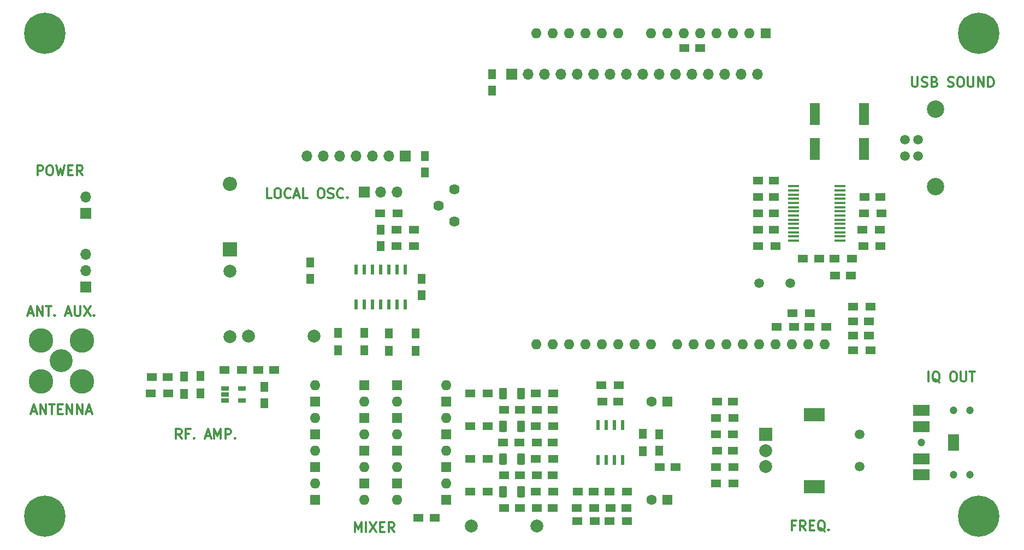
<source format=gbr>
G04 #@! TF.GenerationSoftware,KiCad,Pcbnew,(5.1.2-1)-1*
G04 #@! TF.CreationDate,2019-07-31T09:07:11+08:00*
G04 #@! TF.ProjectId,SDR_RECEIVER,5344525f-5245-4434-9549-5645522e6b69,rev?*
G04 #@! TF.SameCoordinates,Original*
G04 #@! TF.FileFunction,Soldermask,Top*
G04 #@! TF.FilePolarity,Negative*
%FSLAX46Y46*%
G04 Gerber Fmt 4.6, Leading zero omitted, Abs format (unit mm)*
G04 Created by KiCad (PCBNEW (5.1.2-1)-1) date 2019-07-31 09:07:11*
%MOMM*%
%LPD*%
G04 APERTURE LIST*
%ADD10C,0.300000*%
%ADD11O,1.700000X1.700000*%
%ADD12R,1.700000X1.700000*%
%ADD13C,2.700000*%
%ADD14C,1.520000*%
%ADD15R,2.500000X1.800000*%
%ADD16R,1.800000X2.500000*%
%ADD17C,1.200000*%
%ADD18R,1.500000X1.250000*%
%ADD19R,1.500000X1.300000*%
%ADD20R,1.600000X1.600000*%
%ADD21C,1.600000*%
%ADD22O,1.600000X1.600000*%
%ADD23R,1.250000X1.500000*%
%ADD24C,1.998980*%
%ADD25R,1.300000X1.500000*%
%ADD26C,1.620000*%
%ADD27C,1.500000*%
%ADD28R,3.200000X2.000000*%
%ADD29C,2.000000*%
%ADD30R,2.000000X2.000000*%
%ADD31R,1.220000X0.650000*%
%ADD32R,0.600000X1.500000*%
%ADD33C,0.100000*%
%ADD34C,1.250000*%
%ADD35R,1.600000X3.500000*%
%ADD36C,3.810000*%
%ADD37C,3.556000*%
%ADD38C,6.400000*%
%ADD39R,2.200000X2.200000*%
%ADD40O,2.200000X2.200000*%
%ADD41R,0.600000X1.550000*%
%ADD42R,1.750000X0.450000*%
G04 APERTURE END LIST*
D10*
X69437714Y-118788571D02*
X68937714Y-118074285D01*
X68580571Y-118788571D02*
X68580571Y-117288571D01*
X69152000Y-117288571D01*
X69294857Y-117360000D01*
X69366285Y-117431428D01*
X69437714Y-117574285D01*
X69437714Y-117788571D01*
X69366285Y-117931428D01*
X69294857Y-118002857D01*
X69152000Y-118074285D01*
X68580571Y-118074285D01*
X70580571Y-118002857D02*
X70080571Y-118002857D01*
X70080571Y-118788571D02*
X70080571Y-117288571D01*
X70794857Y-117288571D01*
X71366285Y-118645714D02*
X71437714Y-118717142D01*
X71366285Y-118788571D01*
X71294857Y-118717142D01*
X71366285Y-118645714D01*
X71366285Y-118788571D01*
X73152000Y-118360000D02*
X73866285Y-118360000D01*
X73009142Y-118788571D02*
X73509142Y-117288571D01*
X74009142Y-118788571D01*
X74509142Y-118788571D02*
X74509142Y-117288571D01*
X75009142Y-118360000D01*
X75509142Y-117288571D01*
X75509142Y-118788571D01*
X76223428Y-118788571D02*
X76223428Y-117288571D01*
X76794857Y-117288571D01*
X76937714Y-117360000D01*
X77009142Y-117431428D01*
X77080571Y-117574285D01*
X77080571Y-117788571D01*
X77009142Y-117931428D01*
X76937714Y-118002857D01*
X76794857Y-118074285D01*
X76223428Y-118074285D01*
X77723428Y-118645714D02*
X77794857Y-118717142D01*
X77723428Y-118788571D01*
X77652000Y-118717142D01*
X77723428Y-118645714D01*
X77723428Y-118788571D01*
X47081714Y-77894571D02*
X47081714Y-76394571D01*
X47653142Y-76394571D01*
X47796000Y-76466000D01*
X47867428Y-76537428D01*
X47938857Y-76680285D01*
X47938857Y-76894571D01*
X47867428Y-77037428D01*
X47796000Y-77108857D01*
X47653142Y-77180285D01*
X47081714Y-77180285D01*
X48867428Y-76394571D02*
X49153142Y-76394571D01*
X49296000Y-76466000D01*
X49438857Y-76608857D01*
X49510285Y-76894571D01*
X49510285Y-77394571D01*
X49438857Y-77680285D01*
X49296000Y-77823142D01*
X49153142Y-77894571D01*
X48867428Y-77894571D01*
X48724571Y-77823142D01*
X48581714Y-77680285D01*
X48510285Y-77394571D01*
X48510285Y-76894571D01*
X48581714Y-76608857D01*
X48724571Y-76466000D01*
X48867428Y-76394571D01*
X50010285Y-76394571D02*
X50367428Y-77894571D01*
X50653142Y-76823142D01*
X50938857Y-77894571D01*
X51296000Y-76394571D01*
X51867428Y-77108857D02*
X52367428Y-77108857D01*
X52581714Y-77894571D02*
X51867428Y-77894571D01*
X51867428Y-76394571D01*
X52581714Y-76394571D01*
X54081714Y-77894571D02*
X53581714Y-77180285D01*
X53224571Y-77894571D02*
X53224571Y-76394571D01*
X53796000Y-76394571D01*
X53938857Y-76466000D01*
X54010285Y-76537428D01*
X54081714Y-76680285D01*
X54081714Y-76894571D01*
X54010285Y-77037428D01*
X53938857Y-77108857D01*
X53796000Y-77180285D01*
X53224571Y-77180285D01*
X45657142Y-99310000D02*
X46371428Y-99310000D01*
X45514285Y-99738571D02*
X46014285Y-98238571D01*
X46514285Y-99738571D01*
X47014285Y-99738571D02*
X47014285Y-98238571D01*
X47871428Y-99738571D01*
X47871428Y-98238571D01*
X48371428Y-98238571D02*
X49228571Y-98238571D01*
X48800000Y-99738571D02*
X48800000Y-98238571D01*
X49728571Y-99595714D02*
X49800000Y-99667142D01*
X49728571Y-99738571D01*
X49657142Y-99667142D01*
X49728571Y-99595714D01*
X49728571Y-99738571D01*
X51514285Y-99310000D02*
X52228571Y-99310000D01*
X51371428Y-99738571D02*
X51871428Y-98238571D01*
X52371428Y-99738571D01*
X52871428Y-98238571D02*
X52871428Y-99452857D01*
X52942857Y-99595714D01*
X53014285Y-99667142D01*
X53157142Y-99738571D01*
X53442857Y-99738571D01*
X53585714Y-99667142D01*
X53657142Y-99595714D01*
X53728571Y-99452857D01*
X53728571Y-98238571D01*
X54300000Y-98238571D02*
X55300000Y-99738571D01*
X55300000Y-98238571D02*
X54300000Y-99738571D01*
X55871428Y-99595714D02*
X55942857Y-99667142D01*
X55871428Y-99738571D01*
X55800000Y-99667142D01*
X55871428Y-99595714D01*
X55871428Y-99738571D01*
X182690285Y-62678571D02*
X182690285Y-63892857D01*
X182761714Y-64035714D01*
X182833142Y-64107142D01*
X182976000Y-64178571D01*
X183261714Y-64178571D01*
X183404571Y-64107142D01*
X183476000Y-64035714D01*
X183547428Y-63892857D01*
X183547428Y-62678571D01*
X184190285Y-64107142D02*
X184404571Y-64178571D01*
X184761714Y-64178571D01*
X184904571Y-64107142D01*
X184976000Y-64035714D01*
X185047428Y-63892857D01*
X185047428Y-63750000D01*
X184976000Y-63607142D01*
X184904571Y-63535714D01*
X184761714Y-63464285D01*
X184476000Y-63392857D01*
X184333142Y-63321428D01*
X184261714Y-63250000D01*
X184190285Y-63107142D01*
X184190285Y-62964285D01*
X184261714Y-62821428D01*
X184333142Y-62750000D01*
X184476000Y-62678571D01*
X184833142Y-62678571D01*
X185047428Y-62750000D01*
X186190285Y-63392857D02*
X186404571Y-63464285D01*
X186476000Y-63535714D01*
X186547428Y-63678571D01*
X186547428Y-63892857D01*
X186476000Y-64035714D01*
X186404571Y-64107142D01*
X186261714Y-64178571D01*
X185690285Y-64178571D01*
X185690285Y-62678571D01*
X186190285Y-62678571D01*
X186333142Y-62750000D01*
X186404571Y-62821428D01*
X186476000Y-62964285D01*
X186476000Y-63107142D01*
X186404571Y-63250000D01*
X186333142Y-63321428D01*
X186190285Y-63392857D01*
X185690285Y-63392857D01*
X188261714Y-64107142D02*
X188476000Y-64178571D01*
X188833142Y-64178571D01*
X188976000Y-64107142D01*
X189047428Y-64035714D01*
X189118857Y-63892857D01*
X189118857Y-63750000D01*
X189047428Y-63607142D01*
X188976000Y-63535714D01*
X188833142Y-63464285D01*
X188547428Y-63392857D01*
X188404571Y-63321428D01*
X188333142Y-63250000D01*
X188261714Y-63107142D01*
X188261714Y-62964285D01*
X188333142Y-62821428D01*
X188404571Y-62750000D01*
X188547428Y-62678571D01*
X188904571Y-62678571D01*
X189118857Y-62750000D01*
X190047428Y-62678571D02*
X190333142Y-62678571D01*
X190476000Y-62750000D01*
X190618857Y-62892857D01*
X190690285Y-63178571D01*
X190690285Y-63678571D01*
X190618857Y-63964285D01*
X190476000Y-64107142D01*
X190333142Y-64178571D01*
X190047428Y-64178571D01*
X189904571Y-64107142D01*
X189761714Y-63964285D01*
X189690285Y-63678571D01*
X189690285Y-63178571D01*
X189761714Y-62892857D01*
X189904571Y-62750000D01*
X190047428Y-62678571D01*
X191333142Y-62678571D02*
X191333142Y-63892857D01*
X191404571Y-64035714D01*
X191476000Y-64107142D01*
X191618857Y-64178571D01*
X191904571Y-64178571D01*
X192047428Y-64107142D01*
X192118857Y-64035714D01*
X192190285Y-63892857D01*
X192190285Y-62678571D01*
X192904571Y-64178571D02*
X192904571Y-62678571D01*
X193761714Y-64178571D01*
X193761714Y-62678571D01*
X194476000Y-64178571D02*
X194476000Y-62678571D01*
X194833142Y-62678571D01*
X195047428Y-62750000D01*
X195190285Y-62892857D01*
X195261714Y-63035714D01*
X195333142Y-63321428D01*
X195333142Y-63535714D01*
X195261714Y-63821428D01*
X195190285Y-63964285D01*
X195047428Y-64107142D01*
X194833142Y-64178571D01*
X194476000Y-64178571D01*
X185222000Y-109898571D02*
X185222000Y-108398571D01*
X186936285Y-110041428D02*
X186793428Y-109970000D01*
X186650571Y-109827142D01*
X186436285Y-109612857D01*
X186293428Y-109541428D01*
X186150571Y-109541428D01*
X186222000Y-109898571D02*
X186079142Y-109827142D01*
X185936285Y-109684285D01*
X185864857Y-109398571D01*
X185864857Y-108898571D01*
X185936285Y-108612857D01*
X186079142Y-108470000D01*
X186222000Y-108398571D01*
X186507714Y-108398571D01*
X186650571Y-108470000D01*
X186793428Y-108612857D01*
X186864857Y-108898571D01*
X186864857Y-109398571D01*
X186793428Y-109684285D01*
X186650571Y-109827142D01*
X186507714Y-109898571D01*
X186222000Y-109898571D01*
X188936285Y-108398571D02*
X189222000Y-108398571D01*
X189364857Y-108470000D01*
X189507714Y-108612857D01*
X189579142Y-108898571D01*
X189579142Y-109398571D01*
X189507714Y-109684285D01*
X189364857Y-109827142D01*
X189222000Y-109898571D01*
X188936285Y-109898571D01*
X188793428Y-109827142D01*
X188650571Y-109684285D01*
X188579142Y-109398571D01*
X188579142Y-108898571D01*
X188650571Y-108612857D01*
X188793428Y-108470000D01*
X188936285Y-108398571D01*
X190222000Y-108398571D02*
X190222000Y-109612857D01*
X190293428Y-109755714D01*
X190364857Y-109827142D01*
X190507714Y-109898571D01*
X190793428Y-109898571D01*
X190936285Y-109827142D01*
X191007714Y-109755714D01*
X191079142Y-109612857D01*
X191079142Y-108398571D01*
X191579142Y-108398571D02*
X192436285Y-108398571D01*
X192007714Y-109898571D02*
X192007714Y-108398571D01*
X164520857Y-132226857D02*
X164020857Y-132226857D01*
X164020857Y-133012571D02*
X164020857Y-131512571D01*
X164735142Y-131512571D01*
X166163714Y-133012571D02*
X165663714Y-132298285D01*
X165306571Y-133012571D02*
X165306571Y-131512571D01*
X165878000Y-131512571D01*
X166020857Y-131584000D01*
X166092285Y-131655428D01*
X166163714Y-131798285D01*
X166163714Y-132012571D01*
X166092285Y-132155428D01*
X166020857Y-132226857D01*
X165878000Y-132298285D01*
X165306571Y-132298285D01*
X166806571Y-132226857D02*
X167306571Y-132226857D01*
X167520857Y-133012571D02*
X166806571Y-133012571D01*
X166806571Y-131512571D01*
X167520857Y-131512571D01*
X169163714Y-133155428D02*
X169020857Y-133084000D01*
X168878000Y-132941142D01*
X168663714Y-132726857D01*
X168520857Y-132655428D01*
X168378000Y-132655428D01*
X168449428Y-133012571D02*
X168306571Y-132941142D01*
X168163714Y-132798285D01*
X168092285Y-132512571D01*
X168092285Y-132012571D01*
X168163714Y-131726857D01*
X168306571Y-131584000D01*
X168449428Y-131512571D01*
X168735142Y-131512571D01*
X168878000Y-131584000D01*
X169020857Y-131726857D01*
X169092285Y-132012571D01*
X169092285Y-132512571D01*
X169020857Y-132798285D01*
X168878000Y-132941142D01*
X168735142Y-133012571D01*
X168449428Y-133012571D01*
X169735142Y-132869714D02*
X169806571Y-132941142D01*
X169735142Y-133012571D01*
X169663714Y-132941142D01*
X169735142Y-132869714D01*
X169735142Y-133012571D01*
X83400000Y-81450571D02*
X82685714Y-81450571D01*
X82685714Y-79950571D01*
X84185714Y-79950571D02*
X84471428Y-79950571D01*
X84614285Y-80022000D01*
X84757142Y-80164857D01*
X84828571Y-80450571D01*
X84828571Y-80950571D01*
X84757142Y-81236285D01*
X84614285Y-81379142D01*
X84471428Y-81450571D01*
X84185714Y-81450571D01*
X84042857Y-81379142D01*
X83900000Y-81236285D01*
X83828571Y-80950571D01*
X83828571Y-80450571D01*
X83900000Y-80164857D01*
X84042857Y-80022000D01*
X84185714Y-79950571D01*
X86328571Y-81307714D02*
X86257142Y-81379142D01*
X86042857Y-81450571D01*
X85900000Y-81450571D01*
X85685714Y-81379142D01*
X85542857Y-81236285D01*
X85471428Y-81093428D01*
X85400000Y-80807714D01*
X85400000Y-80593428D01*
X85471428Y-80307714D01*
X85542857Y-80164857D01*
X85685714Y-80022000D01*
X85900000Y-79950571D01*
X86042857Y-79950571D01*
X86257142Y-80022000D01*
X86328571Y-80093428D01*
X86900000Y-81022000D02*
X87614285Y-81022000D01*
X86757142Y-81450571D02*
X87257142Y-79950571D01*
X87757142Y-81450571D01*
X88971428Y-81450571D02*
X88257142Y-81450571D01*
X88257142Y-79950571D01*
X90900000Y-79950571D02*
X91185714Y-79950571D01*
X91328571Y-80022000D01*
X91471428Y-80164857D01*
X91542857Y-80450571D01*
X91542857Y-80950571D01*
X91471428Y-81236285D01*
X91328571Y-81379142D01*
X91185714Y-81450571D01*
X90900000Y-81450571D01*
X90757142Y-81379142D01*
X90614285Y-81236285D01*
X90542857Y-80950571D01*
X90542857Y-80450571D01*
X90614285Y-80164857D01*
X90757142Y-80022000D01*
X90900000Y-79950571D01*
X92114285Y-81379142D02*
X92328571Y-81450571D01*
X92685714Y-81450571D01*
X92828571Y-81379142D01*
X92900000Y-81307714D01*
X92971428Y-81164857D01*
X92971428Y-81022000D01*
X92900000Y-80879142D01*
X92828571Y-80807714D01*
X92685714Y-80736285D01*
X92400000Y-80664857D01*
X92257142Y-80593428D01*
X92185714Y-80522000D01*
X92114285Y-80379142D01*
X92114285Y-80236285D01*
X92185714Y-80093428D01*
X92257142Y-80022000D01*
X92400000Y-79950571D01*
X92757142Y-79950571D01*
X92971428Y-80022000D01*
X94471428Y-81307714D02*
X94400000Y-81379142D01*
X94185714Y-81450571D01*
X94042857Y-81450571D01*
X93828571Y-81379142D01*
X93685714Y-81236285D01*
X93614285Y-81093428D01*
X93542857Y-80807714D01*
X93542857Y-80593428D01*
X93614285Y-80307714D01*
X93685714Y-80164857D01*
X93828571Y-80022000D01*
X94042857Y-79950571D01*
X94185714Y-79950571D01*
X94400000Y-80022000D01*
X94471428Y-80093428D01*
X95114285Y-81307714D02*
X95185714Y-81379142D01*
X95114285Y-81450571D01*
X95042857Y-81379142D01*
X95114285Y-81307714D01*
X95114285Y-81450571D01*
X96314000Y-133266571D02*
X96314000Y-131766571D01*
X96814000Y-132838000D01*
X97314000Y-131766571D01*
X97314000Y-133266571D01*
X98028285Y-133266571D02*
X98028285Y-131766571D01*
X98599714Y-131766571D02*
X99599714Y-133266571D01*
X99599714Y-131766571D02*
X98599714Y-133266571D01*
X100171142Y-132480857D02*
X100671142Y-132480857D01*
X100885428Y-133266571D02*
X100171142Y-133266571D01*
X100171142Y-131766571D01*
X100885428Y-131766571D01*
X102385428Y-133266571D02*
X101885428Y-132552285D01*
X101528285Y-133266571D02*
X101528285Y-131766571D01*
X102099714Y-131766571D01*
X102242571Y-131838000D01*
X102314000Y-131909428D01*
X102385428Y-132052285D01*
X102385428Y-132266571D01*
X102314000Y-132409428D01*
X102242571Y-132480857D01*
X102099714Y-132552285D01*
X101528285Y-132552285D01*
X46192857Y-114550000D02*
X46907142Y-114550000D01*
X46050000Y-114978571D02*
X46550000Y-113478571D01*
X47050000Y-114978571D01*
X47550000Y-114978571D02*
X47550000Y-113478571D01*
X48407142Y-114978571D01*
X48407142Y-113478571D01*
X48907142Y-113478571D02*
X49764285Y-113478571D01*
X49335714Y-114978571D02*
X49335714Y-113478571D01*
X50264285Y-114192857D02*
X50764285Y-114192857D01*
X50978571Y-114978571D02*
X50264285Y-114978571D01*
X50264285Y-113478571D01*
X50978571Y-113478571D01*
X51621428Y-114978571D02*
X51621428Y-113478571D01*
X52478571Y-114978571D01*
X52478571Y-113478571D01*
X53192857Y-114978571D02*
X53192857Y-113478571D01*
X54050000Y-114978571D01*
X54050000Y-113478571D01*
X54692857Y-114550000D02*
X55407142Y-114550000D01*
X54550000Y-114978571D02*
X55050000Y-113478571D01*
X55550000Y-114978571D01*
D11*
X102870000Y-80518000D03*
X100330000Y-80518000D03*
D12*
X97790000Y-80518000D03*
D13*
X186310000Y-67660000D03*
X186310000Y-79660000D03*
D14*
X183610000Y-74930000D03*
X183610000Y-72390000D03*
X181610000Y-72390000D03*
X181610000Y-74930000D03*
D15*
X184150000Y-121880000D03*
X184150000Y-116880000D03*
X184150000Y-124380000D03*
X184150000Y-114380000D03*
D16*
X189150000Y-119380000D03*
D17*
X184150000Y-119380000D03*
X189150000Y-124380000D03*
X191650000Y-124380000D03*
X189150000Y-114380000D03*
X191650000Y-114380000D03*
D18*
X176002000Y-100533200D03*
X173502000Y-100533200D03*
X176002000Y-102793800D03*
X173502000Y-102793800D03*
D19*
X166856400Y-99314000D03*
X164156400Y-99314000D03*
X176203600Y-98298000D03*
X173503600Y-98298000D03*
X176203600Y-105079800D03*
X173503600Y-105079800D03*
X169421800Y-101422200D03*
X166721800Y-101422200D03*
X161692600Y-101422200D03*
X164392600Y-101422200D03*
D20*
X144780000Y-128270000D03*
D21*
X142280000Y-128270000D03*
D22*
X169160000Y-104140000D03*
X166620000Y-104140000D03*
D20*
X160020000Y-55880000D03*
D22*
X129540000Y-104140000D03*
X157480000Y-55880000D03*
X132080000Y-104140000D03*
X154940000Y-55880000D03*
X134620000Y-104140000D03*
X152400000Y-55880000D03*
X137160000Y-104140000D03*
X149860000Y-55880000D03*
X139700000Y-104140000D03*
X147320000Y-55880000D03*
X142240000Y-104140000D03*
X144780000Y-55880000D03*
X146300000Y-104140000D03*
X142240000Y-55880000D03*
X148840000Y-104140000D03*
X137160000Y-55880000D03*
X151380000Y-104140000D03*
X134620000Y-55880000D03*
X153920000Y-104140000D03*
X132080000Y-55880000D03*
X156460000Y-104140000D03*
X129540000Y-55880000D03*
X159000000Y-104140000D03*
X127000000Y-55880000D03*
X161540000Y-104140000D03*
X124460000Y-55880000D03*
X164080000Y-104140000D03*
X124460000Y-104140000D03*
X127000000Y-104140000D03*
D18*
X64790000Y-109220000D03*
X67290000Y-109220000D03*
X108672000Y-131064000D03*
X106172000Y-131064000D03*
X81300000Y-108110000D03*
X83800000Y-108110000D03*
D23*
X82296000Y-113264000D03*
X82296000Y-110764000D03*
X89408000Y-93960000D03*
X89408000Y-91460000D03*
D18*
X143530000Y-123190000D03*
X146030000Y-123190000D03*
X119400000Y-114300000D03*
X121900000Y-114300000D03*
X119273000Y-119380000D03*
X121773000Y-119380000D03*
X121900000Y-124460000D03*
X119400000Y-124460000D03*
X119400000Y-129540000D03*
X121900000Y-129540000D03*
X126980000Y-114300000D03*
X124480000Y-114300000D03*
X126980000Y-119380000D03*
X124480000Y-119380000D03*
X124480000Y-124460000D03*
X126980000Y-124460000D03*
X126980000Y-129540000D03*
X124480000Y-129540000D03*
D23*
X143510000Y-118130000D03*
X143510000Y-120630000D03*
D18*
X137160000Y-113030000D03*
X134660000Y-113030000D03*
X130830000Y-127000000D03*
X133330000Y-127000000D03*
X135910000Y-129540000D03*
X138410000Y-129540000D03*
D23*
X106680000Y-94000000D03*
X106680000Y-96500000D03*
X100330000Y-86380000D03*
X100330000Y-88880000D03*
D18*
X149840000Y-58166000D03*
X147340000Y-58166000D03*
X152420000Y-120650000D03*
X154920000Y-120650000D03*
D23*
X117602000Y-62250000D03*
X117602000Y-64750000D03*
D18*
X154920000Y-113030000D03*
X152420000Y-113030000D03*
D23*
X107188000Y-74950000D03*
X107188000Y-77450000D03*
D20*
X97790000Y-110490000D03*
D22*
X90170000Y-110490000D03*
D20*
X90170000Y-113030000D03*
D22*
X97790000Y-113030000D03*
X90170000Y-115570000D03*
D20*
X97790000Y-115570000D03*
X90170000Y-118110000D03*
D22*
X97790000Y-118110000D03*
D20*
X97790000Y-120650000D03*
D22*
X90170000Y-120650000D03*
X97790000Y-123190000D03*
D20*
X90170000Y-123190000D03*
D22*
X90170000Y-125730000D03*
D20*
X97790000Y-125730000D03*
D22*
X97790000Y-128270000D03*
D20*
X90170000Y-128270000D03*
D22*
X110490000Y-110490000D03*
D20*
X102870000Y-110490000D03*
D22*
X102870000Y-113030000D03*
D20*
X110490000Y-113030000D03*
D22*
X110490000Y-115570000D03*
D20*
X102870000Y-115570000D03*
X110490000Y-118110000D03*
D22*
X102870000Y-118110000D03*
X110490000Y-120650000D03*
D20*
X102870000Y-120650000D03*
X110490000Y-123190000D03*
D22*
X102870000Y-123190000D03*
D20*
X102870000Y-125730000D03*
D22*
X110490000Y-125730000D03*
D20*
X110490000Y-128270000D03*
D22*
X102870000Y-128270000D03*
D12*
X54610000Y-95250000D03*
D11*
X54610000Y-92710000D03*
X54610000Y-90170000D03*
X54610000Y-81280000D03*
D12*
X54610000Y-83820000D03*
D24*
X76962000Y-92788740D03*
X76962000Y-102948740D03*
X79834740Y-102870000D03*
X89994740Y-102870000D03*
X124538740Y-132334000D03*
X114378740Y-132334000D03*
D19*
X67390000Y-111760000D03*
X64690000Y-111760000D03*
D25*
X69850000Y-111840000D03*
X69850000Y-109140000D03*
X72390000Y-111760000D03*
X72390000Y-109060000D03*
D19*
X76120000Y-108110000D03*
X78820000Y-108110000D03*
D25*
X105700000Y-105150000D03*
X105700000Y-102450000D03*
X93726000Y-102350000D03*
X93726000Y-105050000D03*
X101600000Y-102450000D03*
X101600000Y-105150000D03*
X97790000Y-105050000D03*
X97790000Y-102350000D03*
D19*
X114220000Y-111760000D03*
X116920000Y-111760000D03*
X116920000Y-116840000D03*
X114220000Y-116840000D03*
X114220000Y-121920000D03*
X116920000Y-121920000D03*
X116920000Y-127000000D03*
X114220000Y-127000000D03*
X127080000Y-116840000D03*
X124380000Y-116840000D03*
X124380000Y-121920000D03*
X127080000Y-121920000D03*
X124380000Y-127000000D03*
X127080000Y-127000000D03*
X124380000Y-111760000D03*
X127080000Y-111760000D03*
D25*
X140970000Y-120730000D03*
X140970000Y-118030000D03*
D19*
X134540000Y-110490000D03*
X137240000Y-110490000D03*
X133430000Y-129540000D03*
X130730000Y-129540000D03*
X135810000Y-127000000D03*
X138510000Y-127000000D03*
X100250000Y-83820000D03*
X102950000Y-83820000D03*
X105490000Y-86360000D03*
X102790000Y-86360000D03*
X105490000Y-88900000D03*
X102790000Y-88900000D03*
X138510000Y-131572000D03*
X135810000Y-131572000D03*
X130810000Y-131572000D03*
X133510000Y-131572000D03*
X152320000Y-125730000D03*
X155020000Y-125730000D03*
X154940000Y-118110000D03*
X152240000Y-118110000D03*
X155020000Y-115570000D03*
X152320000Y-115570000D03*
X152320000Y-123190000D03*
X155020000Y-123190000D03*
D26*
X111760000Y-80090000D03*
X109260000Y-82590000D03*
X111760000Y-85090000D03*
D27*
X174520000Y-123110000D03*
X174520000Y-118110000D03*
D28*
X167520000Y-126210000D03*
X167520000Y-115010000D03*
D29*
X160020000Y-123110000D03*
X160020000Y-120610000D03*
D30*
X160020000Y-118110000D03*
D31*
X76160000Y-110970000D03*
X76160000Y-111920000D03*
X76160000Y-112870000D03*
X78780000Y-112870000D03*
X78780000Y-110970000D03*
D21*
X142280000Y-113030000D03*
D20*
X144780000Y-113030000D03*
D32*
X104140000Y-92550000D03*
X102870000Y-92550000D03*
X101600000Y-92550000D03*
X100330000Y-92550000D03*
X99060000Y-92550000D03*
X97790000Y-92550000D03*
X96520000Y-92550000D03*
X96520000Y-97950000D03*
X97790000Y-97950000D03*
X99060000Y-97950000D03*
X100330000Y-97950000D03*
X101600000Y-97950000D03*
X102870000Y-97950000D03*
X104140000Y-97950000D03*
D33*
G36*
X122449504Y-110886204D02*
G01*
X122473773Y-110889804D01*
X122497571Y-110895765D01*
X122520671Y-110904030D01*
X122542849Y-110914520D01*
X122563893Y-110927133D01*
X122583598Y-110941747D01*
X122601777Y-110958223D01*
X122618253Y-110976402D01*
X122632867Y-110996107D01*
X122645480Y-111017151D01*
X122655970Y-111039329D01*
X122664235Y-111062429D01*
X122670196Y-111086227D01*
X122673796Y-111110496D01*
X122675000Y-111135000D01*
X122675000Y-112385000D01*
X122673796Y-112409504D01*
X122670196Y-112433773D01*
X122664235Y-112457571D01*
X122655970Y-112480671D01*
X122645480Y-112502849D01*
X122632867Y-112523893D01*
X122618253Y-112543598D01*
X122601777Y-112561777D01*
X122583598Y-112578253D01*
X122563893Y-112592867D01*
X122542849Y-112605480D01*
X122520671Y-112615970D01*
X122497571Y-112624235D01*
X122473773Y-112630196D01*
X122449504Y-112633796D01*
X122425000Y-112635000D01*
X121675000Y-112635000D01*
X121650496Y-112633796D01*
X121626227Y-112630196D01*
X121602429Y-112624235D01*
X121579329Y-112615970D01*
X121557151Y-112605480D01*
X121536107Y-112592867D01*
X121516402Y-112578253D01*
X121498223Y-112561777D01*
X121481747Y-112543598D01*
X121467133Y-112523893D01*
X121454520Y-112502849D01*
X121444030Y-112480671D01*
X121435765Y-112457571D01*
X121429804Y-112433773D01*
X121426204Y-112409504D01*
X121425000Y-112385000D01*
X121425000Y-111135000D01*
X121426204Y-111110496D01*
X121429804Y-111086227D01*
X121435765Y-111062429D01*
X121444030Y-111039329D01*
X121454520Y-111017151D01*
X121467133Y-110996107D01*
X121481747Y-110976402D01*
X121498223Y-110958223D01*
X121516402Y-110941747D01*
X121536107Y-110927133D01*
X121557151Y-110914520D01*
X121579329Y-110904030D01*
X121602429Y-110895765D01*
X121626227Y-110889804D01*
X121650496Y-110886204D01*
X121675000Y-110885000D01*
X122425000Y-110885000D01*
X122449504Y-110886204D01*
X122449504Y-110886204D01*
G37*
D34*
X122050000Y-111760000D03*
D33*
G36*
X119649504Y-110886204D02*
G01*
X119673773Y-110889804D01*
X119697571Y-110895765D01*
X119720671Y-110904030D01*
X119742849Y-110914520D01*
X119763893Y-110927133D01*
X119783598Y-110941747D01*
X119801777Y-110958223D01*
X119818253Y-110976402D01*
X119832867Y-110996107D01*
X119845480Y-111017151D01*
X119855970Y-111039329D01*
X119864235Y-111062429D01*
X119870196Y-111086227D01*
X119873796Y-111110496D01*
X119875000Y-111135000D01*
X119875000Y-112385000D01*
X119873796Y-112409504D01*
X119870196Y-112433773D01*
X119864235Y-112457571D01*
X119855970Y-112480671D01*
X119845480Y-112502849D01*
X119832867Y-112523893D01*
X119818253Y-112543598D01*
X119801777Y-112561777D01*
X119783598Y-112578253D01*
X119763893Y-112592867D01*
X119742849Y-112605480D01*
X119720671Y-112615970D01*
X119697571Y-112624235D01*
X119673773Y-112630196D01*
X119649504Y-112633796D01*
X119625000Y-112635000D01*
X118875000Y-112635000D01*
X118850496Y-112633796D01*
X118826227Y-112630196D01*
X118802429Y-112624235D01*
X118779329Y-112615970D01*
X118757151Y-112605480D01*
X118736107Y-112592867D01*
X118716402Y-112578253D01*
X118698223Y-112561777D01*
X118681747Y-112543598D01*
X118667133Y-112523893D01*
X118654520Y-112502849D01*
X118644030Y-112480671D01*
X118635765Y-112457571D01*
X118629804Y-112433773D01*
X118626204Y-112409504D01*
X118625000Y-112385000D01*
X118625000Y-111135000D01*
X118626204Y-111110496D01*
X118629804Y-111086227D01*
X118635765Y-111062429D01*
X118644030Y-111039329D01*
X118654520Y-111017151D01*
X118667133Y-110996107D01*
X118681747Y-110976402D01*
X118698223Y-110958223D01*
X118716402Y-110941747D01*
X118736107Y-110927133D01*
X118757151Y-110914520D01*
X118779329Y-110904030D01*
X118802429Y-110895765D01*
X118826227Y-110889804D01*
X118850496Y-110886204D01*
X118875000Y-110885000D01*
X119625000Y-110885000D01*
X119649504Y-110886204D01*
X119649504Y-110886204D01*
G37*
D34*
X119250000Y-111760000D03*
D33*
G36*
X119649504Y-115966204D02*
G01*
X119673773Y-115969804D01*
X119697571Y-115975765D01*
X119720671Y-115984030D01*
X119742849Y-115994520D01*
X119763893Y-116007133D01*
X119783598Y-116021747D01*
X119801777Y-116038223D01*
X119818253Y-116056402D01*
X119832867Y-116076107D01*
X119845480Y-116097151D01*
X119855970Y-116119329D01*
X119864235Y-116142429D01*
X119870196Y-116166227D01*
X119873796Y-116190496D01*
X119875000Y-116215000D01*
X119875000Y-117465000D01*
X119873796Y-117489504D01*
X119870196Y-117513773D01*
X119864235Y-117537571D01*
X119855970Y-117560671D01*
X119845480Y-117582849D01*
X119832867Y-117603893D01*
X119818253Y-117623598D01*
X119801777Y-117641777D01*
X119783598Y-117658253D01*
X119763893Y-117672867D01*
X119742849Y-117685480D01*
X119720671Y-117695970D01*
X119697571Y-117704235D01*
X119673773Y-117710196D01*
X119649504Y-117713796D01*
X119625000Y-117715000D01*
X118875000Y-117715000D01*
X118850496Y-117713796D01*
X118826227Y-117710196D01*
X118802429Y-117704235D01*
X118779329Y-117695970D01*
X118757151Y-117685480D01*
X118736107Y-117672867D01*
X118716402Y-117658253D01*
X118698223Y-117641777D01*
X118681747Y-117623598D01*
X118667133Y-117603893D01*
X118654520Y-117582849D01*
X118644030Y-117560671D01*
X118635765Y-117537571D01*
X118629804Y-117513773D01*
X118626204Y-117489504D01*
X118625000Y-117465000D01*
X118625000Y-116215000D01*
X118626204Y-116190496D01*
X118629804Y-116166227D01*
X118635765Y-116142429D01*
X118644030Y-116119329D01*
X118654520Y-116097151D01*
X118667133Y-116076107D01*
X118681747Y-116056402D01*
X118698223Y-116038223D01*
X118716402Y-116021747D01*
X118736107Y-116007133D01*
X118757151Y-115994520D01*
X118779329Y-115984030D01*
X118802429Y-115975765D01*
X118826227Y-115969804D01*
X118850496Y-115966204D01*
X118875000Y-115965000D01*
X119625000Y-115965000D01*
X119649504Y-115966204D01*
X119649504Y-115966204D01*
G37*
D34*
X119250000Y-116840000D03*
D33*
G36*
X122449504Y-115966204D02*
G01*
X122473773Y-115969804D01*
X122497571Y-115975765D01*
X122520671Y-115984030D01*
X122542849Y-115994520D01*
X122563893Y-116007133D01*
X122583598Y-116021747D01*
X122601777Y-116038223D01*
X122618253Y-116056402D01*
X122632867Y-116076107D01*
X122645480Y-116097151D01*
X122655970Y-116119329D01*
X122664235Y-116142429D01*
X122670196Y-116166227D01*
X122673796Y-116190496D01*
X122675000Y-116215000D01*
X122675000Y-117465000D01*
X122673796Y-117489504D01*
X122670196Y-117513773D01*
X122664235Y-117537571D01*
X122655970Y-117560671D01*
X122645480Y-117582849D01*
X122632867Y-117603893D01*
X122618253Y-117623598D01*
X122601777Y-117641777D01*
X122583598Y-117658253D01*
X122563893Y-117672867D01*
X122542849Y-117685480D01*
X122520671Y-117695970D01*
X122497571Y-117704235D01*
X122473773Y-117710196D01*
X122449504Y-117713796D01*
X122425000Y-117715000D01*
X121675000Y-117715000D01*
X121650496Y-117713796D01*
X121626227Y-117710196D01*
X121602429Y-117704235D01*
X121579329Y-117695970D01*
X121557151Y-117685480D01*
X121536107Y-117672867D01*
X121516402Y-117658253D01*
X121498223Y-117641777D01*
X121481747Y-117623598D01*
X121467133Y-117603893D01*
X121454520Y-117582849D01*
X121444030Y-117560671D01*
X121435765Y-117537571D01*
X121429804Y-117513773D01*
X121426204Y-117489504D01*
X121425000Y-117465000D01*
X121425000Y-116215000D01*
X121426204Y-116190496D01*
X121429804Y-116166227D01*
X121435765Y-116142429D01*
X121444030Y-116119329D01*
X121454520Y-116097151D01*
X121467133Y-116076107D01*
X121481747Y-116056402D01*
X121498223Y-116038223D01*
X121516402Y-116021747D01*
X121536107Y-116007133D01*
X121557151Y-115994520D01*
X121579329Y-115984030D01*
X121602429Y-115975765D01*
X121626227Y-115969804D01*
X121650496Y-115966204D01*
X121675000Y-115965000D01*
X122425000Y-115965000D01*
X122449504Y-115966204D01*
X122449504Y-115966204D01*
G37*
D34*
X122050000Y-116840000D03*
D33*
G36*
X122449504Y-121046204D02*
G01*
X122473773Y-121049804D01*
X122497571Y-121055765D01*
X122520671Y-121064030D01*
X122542849Y-121074520D01*
X122563893Y-121087133D01*
X122583598Y-121101747D01*
X122601777Y-121118223D01*
X122618253Y-121136402D01*
X122632867Y-121156107D01*
X122645480Y-121177151D01*
X122655970Y-121199329D01*
X122664235Y-121222429D01*
X122670196Y-121246227D01*
X122673796Y-121270496D01*
X122675000Y-121295000D01*
X122675000Y-122545000D01*
X122673796Y-122569504D01*
X122670196Y-122593773D01*
X122664235Y-122617571D01*
X122655970Y-122640671D01*
X122645480Y-122662849D01*
X122632867Y-122683893D01*
X122618253Y-122703598D01*
X122601777Y-122721777D01*
X122583598Y-122738253D01*
X122563893Y-122752867D01*
X122542849Y-122765480D01*
X122520671Y-122775970D01*
X122497571Y-122784235D01*
X122473773Y-122790196D01*
X122449504Y-122793796D01*
X122425000Y-122795000D01*
X121675000Y-122795000D01*
X121650496Y-122793796D01*
X121626227Y-122790196D01*
X121602429Y-122784235D01*
X121579329Y-122775970D01*
X121557151Y-122765480D01*
X121536107Y-122752867D01*
X121516402Y-122738253D01*
X121498223Y-122721777D01*
X121481747Y-122703598D01*
X121467133Y-122683893D01*
X121454520Y-122662849D01*
X121444030Y-122640671D01*
X121435765Y-122617571D01*
X121429804Y-122593773D01*
X121426204Y-122569504D01*
X121425000Y-122545000D01*
X121425000Y-121295000D01*
X121426204Y-121270496D01*
X121429804Y-121246227D01*
X121435765Y-121222429D01*
X121444030Y-121199329D01*
X121454520Y-121177151D01*
X121467133Y-121156107D01*
X121481747Y-121136402D01*
X121498223Y-121118223D01*
X121516402Y-121101747D01*
X121536107Y-121087133D01*
X121557151Y-121074520D01*
X121579329Y-121064030D01*
X121602429Y-121055765D01*
X121626227Y-121049804D01*
X121650496Y-121046204D01*
X121675000Y-121045000D01*
X122425000Y-121045000D01*
X122449504Y-121046204D01*
X122449504Y-121046204D01*
G37*
D34*
X122050000Y-121920000D03*
D33*
G36*
X119649504Y-121046204D02*
G01*
X119673773Y-121049804D01*
X119697571Y-121055765D01*
X119720671Y-121064030D01*
X119742849Y-121074520D01*
X119763893Y-121087133D01*
X119783598Y-121101747D01*
X119801777Y-121118223D01*
X119818253Y-121136402D01*
X119832867Y-121156107D01*
X119845480Y-121177151D01*
X119855970Y-121199329D01*
X119864235Y-121222429D01*
X119870196Y-121246227D01*
X119873796Y-121270496D01*
X119875000Y-121295000D01*
X119875000Y-122545000D01*
X119873796Y-122569504D01*
X119870196Y-122593773D01*
X119864235Y-122617571D01*
X119855970Y-122640671D01*
X119845480Y-122662849D01*
X119832867Y-122683893D01*
X119818253Y-122703598D01*
X119801777Y-122721777D01*
X119783598Y-122738253D01*
X119763893Y-122752867D01*
X119742849Y-122765480D01*
X119720671Y-122775970D01*
X119697571Y-122784235D01*
X119673773Y-122790196D01*
X119649504Y-122793796D01*
X119625000Y-122795000D01*
X118875000Y-122795000D01*
X118850496Y-122793796D01*
X118826227Y-122790196D01*
X118802429Y-122784235D01*
X118779329Y-122775970D01*
X118757151Y-122765480D01*
X118736107Y-122752867D01*
X118716402Y-122738253D01*
X118698223Y-122721777D01*
X118681747Y-122703598D01*
X118667133Y-122683893D01*
X118654520Y-122662849D01*
X118644030Y-122640671D01*
X118635765Y-122617571D01*
X118629804Y-122593773D01*
X118626204Y-122569504D01*
X118625000Y-122545000D01*
X118625000Y-121295000D01*
X118626204Y-121270496D01*
X118629804Y-121246227D01*
X118635765Y-121222429D01*
X118644030Y-121199329D01*
X118654520Y-121177151D01*
X118667133Y-121156107D01*
X118681747Y-121136402D01*
X118698223Y-121118223D01*
X118716402Y-121101747D01*
X118736107Y-121087133D01*
X118757151Y-121074520D01*
X118779329Y-121064030D01*
X118802429Y-121055765D01*
X118826227Y-121049804D01*
X118850496Y-121046204D01*
X118875000Y-121045000D01*
X119625000Y-121045000D01*
X119649504Y-121046204D01*
X119649504Y-121046204D01*
G37*
D34*
X119250000Y-121920000D03*
D33*
G36*
X119649504Y-126126204D02*
G01*
X119673773Y-126129804D01*
X119697571Y-126135765D01*
X119720671Y-126144030D01*
X119742849Y-126154520D01*
X119763893Y-126167133D01*
X119783598Y-126181747D01*
X119801777Y-126198223D01*
X119818253Y-126216402D01*
X119832867Y-126236107D01*
X119845480Y-126257151D01*
X119855970Y-126279329D01*
X119864235Y-126302429D01*
X119870196Y-126326227D01*
X119873796Y-126350496D01*
X119875000Y-126375000D01*
X119875000Y-127625000D01*
X119873796Y-127649504D01*
X119870196Y-127673773D01*
X119864235Y-127697571D01*
X119855970Y-127720671D01*
X119845480Y-127742849D01*
X119832867Y-127763893D01*
X119818253Y-127783598D01*
X119801777Y-127801777D01*
X119783598Y-127818253D01*
X119763893Y-127832867D01*
X119742849Y-127845480D01*
X119720671Y-127855970D01*
X119697571Y-127864235D01*
X119673773Y-127870196D01*
X119649504Y-127873796D01*
X119625000Y-127875000D01*
X118875000Y-127875000D01*
X118850496Y-127873796D01*
X118826227Y-127870196D01*
X118802429Y-127864235D01*
X118779329Y-127855970D01*
X118757151Y-127845480D01*
X118736107Y-127832867D01*
X118716402Y-127818253D01*
X118698223Y-127801777D01*
X118681747Y-127783598D01*
X118667133Y-127763893D01*
X118654520Y-127742849D01*
X118644030Y-127720671D01*
X118635765Y-127697571D01*
X118629804Y-127673773D01*
X118626204Y-127649504D01*
X118625000Y-127625000D01*
X118625000Y-126375000D01*
X118626204Y-126350496D01*
X118629804Y-126326227D01*
X118635765Y-126302429D01*
X118644030Y-126279329D01*
X118654520Y-126257151D01*
X118667133Y-126236107D01*
X118681747Y-126216402D01*
X118698223Y-126198223D01*
X118716402Y-126181747D01*
X118736107Y-126167133D01*
X118757151Y-126154520D01*
X118779329Y-126144030D01*
X118802429Y-126135765D01*
X118826227Y-126129804D01*
X118850496Y-126126204D01*
X118875000Y-126125000D01*
X119625000Y-126125000D01*
X119649504Y-126126204D01*
X119649504Y-126126204D01*
G37*
D34*
X119250000Y-127000000D03*
D33*
G36*
X122449504Y-126126204D02*
G01*
X122473773Y-126129804D01*
X122497571Y-126135765D01*
X122520671Y-126144030D01*
X122542849Y-126154520D01*
X122563893Y-126167133D01*
X122583598Y-126181747D01*
X122601777Y-126198223D01*
X122618253Y-126216402D01*
X122632867Y-126236107D01*
X122645480Y-126257151D01*
X122655970Y-126279329D01*
X122664235Y-126302429D01*
X122670196Y-126326227D01*
X122673796Y-126350496D01*
X122675000Y-126375000D01*
X122675000Y-127625000D01*
X122673796Y-127649504D01*
X122670196Y-127673773D01*
X122664235Y-127697571D01*
X122655970Y-127720671D01*
X122645480Y-127742849D01*
X122632867Y-127763893D01*
X122618253Y-127783598D01*
X122601777Y-127801777D01*
X122583598Y-127818253D01*
X122563893Y-127832867D01*
X122542849Y-127845480D01*
X122520671Y-127855970D01*
X122497571Y-127864235D01*
X122473773Y-127870196D01*
X122449504Y-127873796D01*
X122425000Y-127875000D01*
X121675000Y-127875000D01*
X121650496Y-127873796D01*
X121626227Y-127870196D01*
X121602429Y-127864235D01*
X121579329Y-127855970D01*
X121557151Y-127845480D01*
X121536107Y-127832867D01*
X121516402Y-127818253D01*
X121498223Y-127801777D01*
X121481747Y-127783598D01*
X121467133Y-127763893D01*
X121454520Y-127742849D01*
X121444030Y-127720671D01*
X121435765Y-127697571D01*
X121429804Y-127673773D01*
X121426204Y-127649504D01*
X121425000Y-127625000D01*
X121425000Y-126375000D01*
X121426204Y-126350496D01*
X121429804Y-126326227D01*
X121435765Y-126302429D01*
X121444030Y-126279329D01*
X121454520Y-126257151D01*
X121467133Y-126236107D01*
X121481747Y-126216402D01*
X121498223Y-126198223D01*
X121516402Y-126181747D01*
X121536107Y-126167133D01*
X121557151Y-126154520D01*
X121579329Y-126144030D01*
X121602429Y-126135765D01*
X121626227Y-126129804D01*
X121650496Y-126126204D01*
X121675000Y-126125000D01*
X122425000Y-126125000D01*
X122449504Y-126126204D01*
X122449504Y-126126204D01*
G37*
D34*
X122050000Y-127000000D03*
D18*
X177800000Y-81280000D03*
X175300000Y-81280000D03*
D35*
X167640000Y-73820000D03*
X167640000Y-68420000D03*
X175260000Y-68420000D03*
X175260000Y-73820000D03*
D18*
X173208000Y-93472000D03*
X170708000Y-93472000D03*
X165755000Y-90805000D03*
X168255000Y-90805000D03*
X158770000Y-86360000D03*
X161270000Y-86360000D03*
X161270000Y-83820000D03*
X158770000Y-83820000D03*
X158770000Y-81280000D03*
X161270000Y-81280000D03*
X161270000Y-78740000D03*
X158770000Y-78740000D03*
D19*
X177960000Y-83820000D03*
X175260000Y-83820000D03*
X173355000Y-90805000D03*
X170655000Y-90805000D03*
X177800000Y-88900000D03*
X175100000Y-88900000D03*
X175006000Y-86360000D03*
X177706000Y-86360000D03*
X161497000Y-88900000D03*
X158797000Y-88900000D03*
D27*
X163830000Y-94615000D03*
X158930000Y-94615000D03*
D36*
X47625000Y-103505000D03*
D37*
X50800000Y-106680000D03*
D36*
X53975000Y-103505000D03*
X47625000Y-109855000D03*
X53975000Y-109855000D03*
D12*
X120650000Y-62230000D03*
D11*
X123190000Y-62230000D03*
X125730000Y-62230000D03*
X128270000Y-62230000D03*
X130810000Y-62230000D03*
X133350000Y-62230000D03*
X135890000Y-62230000D03*
X138430000Y-62230000D03*
X140970000Y-62230000D03*
X143510000Y-62230000D03*
X146050000Y-62230000D03*
X148590000Y-62230000D03*
X151130000Y-62230000D03*
X153670000Y-62230000D03*
X156210000Y-62230000D03*
X158750000Y-62230000D03*
D12*
X104140000Y-74930000D03*
D11*
X101600000Y-74930000D03*
X99060000Y-74930000D03*
X96520000Y-74930000D03*
X93980000Y-74930000D03*
X91440000Y-74930000D03*
X88900000Y-74930000D03*
D38*
X193040000Y-55880000D03*
X48260000Y-130810000D03*
X193040000Y-130810000D03*
X48260000Y-55880000D03*
D39*
X76962000Y-89408000D03*
D40*
X76962000Y-79248000D03*
D41*
X137795000Y-116680000D03*
X136525000Y-116680000D03*
X135255000Y-116680000D03*
X133985000Y-116680000D03*
X133985000Y-122080000D03*
X135255000Y-122080000D03*
X136525000Y-122080000D03*
X137795000Y-122080000D03*
D42*
X171494000Y-88045000D03*
X171494000Y-87395000D03*
X171494000Y-86745000D03*
X171494000Y-86095000D03*
X171494000Y-85445000D03*
X171494000Y-84795000D03*
X171494000Y-84145000D03*
X171494000Y-83495000D03*
X171494000Y-82845000D03*
X171494000Y-82195000D03*
X171494000Y-81545000D03*
X171494000Y-80895000D03*
X171494000Y-80245000D03*
X171494000Y-79595000D03*
X164294000Y-79595000D03*
X164294000Y-80245000D03*
X164294000Y-80895000D03*
X164294000Y-81545000D03*
X164294000Y-82195000D03*
X164294000Y-82845000D03*
X164294000Y-83495000D03*
X164294000Y-84145000D03*
X164294000Y-84795000D03*
X164294000Y-85445000D03*
X164294000Y-86095000D03*
X164294000Y-86745000D03*
X164294000Y-87395000D03*
X164294000Y-88045000D03*
M02*

</source>
